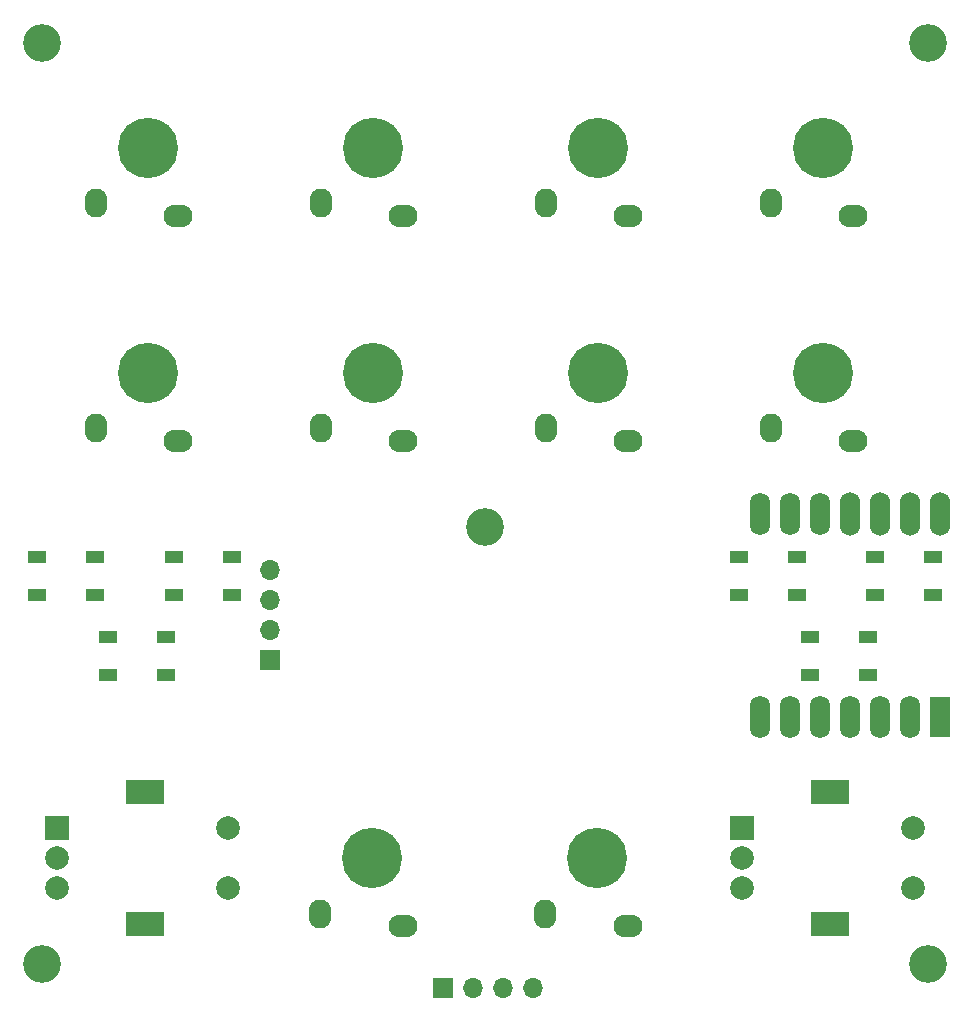
<source format=gbr>
%TF.GenerationSoftware,KiCad,Pcbnew,8.0.7*%
%TF.CreationDate,2025-02-13T02:08:45-05:00*%
%TF.ProjectId,makropad,6d616b72-6f70-4616-942e-6b696361645f,rev?*%
%TF.SameCoordinates,Original*%
%TF.FileFunction,Soldermask,Top*%
%TF.FilePolarity,Negative*%
%FSLAX46Y46*%
G04 Gerber Fmt 4.6, Leading zero omitted, Abs format (unit mm)*
G04 Created by KiCad (PCBNEW 8.0.7) date 2025-02-13 02:08:45*
%MOMM*%
%LPD*%
G01*
G04 APERTURE LIST*
%ADD10R,1.500000X1.000000*%
%ADD11C,5.100000*%
%ADD12O,1.900000X2.450000*%
%ADD13O,2.450000X1.900000*%
%ADD14R,1.700000X1.700000*%
%ADD15O,1.700000X1.700000*%
%ADD16R,2.000000X2.000000*%
%ADD17C,2.000000*%
%ADD18R,3.200000X2.000000*%
%ADD19C,3.200000*%
%ADD20R,1.700000X3.500000*%
%ADD21O,1.700000X3.600000*%
%ADD22O,1.700000X3.700000*%
G04 APERTURE END LIST*
D10*
%TO.C,D25*%
X120600000Y-96800000D03*
X120600000Y-100000000D03*
X125500000Y-100000000D03*
X125500000Y-96800000D03*
%TD*%
%TO.C,D28*%
X180000000Y-96800000D03*
X180000000Y-100000000D03*
X184900000Y-100000000D03*
X184900000Y-96800000D03*
%TD*%
D11*
%TO.C,SW4*%
X181100000Y-55370000D03*
D12*
X176700000Y-60070000D03*
D13*
X183700000Y-61120000D03*
%TD*%
D11*
%TO.C,SW10*%
X161970000Y-115500000D03*
D12*
X157570000Y-120200000D03*
D13*
X164570000Y-121250000D03*
%TD*%
D11*
%TO.C,SW1*%
X123950000Y-55370000D03*
D12*
X119550000Y-60070000D03*
D13*
X126550000Y-61120000D03*
%TD*%
D14*
%TO.C,J1*%
X134300000Y-98700000D03*
D15*
X134300000Y-96160000D03*
X134300000Y-93620000D03*
X134300000Y-91080000D03*
%TD*%
D10*
%TO.C,D27*%
X185550000Y-90000000D03*
X185550000Y-93200000D03*
X190450000Y-93200000D03*
X190450000Y-90000000D03*
%TD*%
D16*
%TO.C,SW12*%
X174250000Y-113000000D03*
D17*
X174250000Y-118000000D03*
X174250000Y-115500000D03*
D18*
X181750000Y-109900000D03*
X181750000Y-121100000D03*
D17*
X188750000Y-118000000D03*
X188750000Y-113000000D03*
%TD*%
D19*
%TO.C,MH4*%
X152500000Y-87500000D03*
%TD*%
D10*
%TO.C,D24*%
X126150000Y-90000000D03*
X126150000Y-93200000D03*
X131050000Y-93200000D03*
X131050000Y-90000000D03*
%TD*%
%TO.C,D26*%
X174000000Y-90000000D03*
X174000000Y-93200000D03*
X178900000Y-93200000D03*
X178900000Y-90000000D03*
%TD*%
%TO.C,D23*%
X114600000Y-90000000D03*
X114600000Y-93200000D03*
X119500000Y-93200000D03*
X119500000Y-90000000D03*
%TD*%
D11*
%TO.C,SW6*%
X143000000Y-74420000D03*
D12*
X138600000Y-79120000D03*
D13*
X145600000Y-80170000D03*
%TD*%
D19*
%TO.C,MH4*%
X190000000Y-124500000D03*
%TD*%
D11*
%TO.C,SW2*%
X143000000Y-55370000D03*
D12*
X138600000Y-60070000D03*
D13*
X145600000Y-61120000D03*
%TD*%
D19*
%TO.C,MH1*%
X115000000Y-46500000D03*
%TD*%
%TO.C,MH3*%
X115000000Y-124500000D03*
%TD*%
D11*
%TO.C,SW7*%
X162050000Y-74420000D03*
D12*
X157650000Y-79120000D03*
D13*
X164650000Y-80170000D03*
%TD*%
D16*
%TO.C,SW11*%
X116250000Y-113000000D03*
D17*
X116250000Y-118000000D03*
X116250000Y-115500000D03*
D18*
X123750000Y-109900000D03*
X123750000Y-121100000D03*
D17*
X130750000Y-118000000D03*
X130750000Y-113000000D03*
%TD*%
D11*
%TO.C,SW5*%
X123950000Y-74420000D03*
D12*
X119550000Y-79120000D03*
D13*
X126550000Y-80170000D03*
%TD*%
D19*
%TO.C,MH2*%
X190000000Y-46500000D03*
%TD*%
D11*
%TO.C,SW8*%
X181100000Y-74420000D03*
D12*
X176700000Y-79120000D03*
D13*
X183700000Y-80170000D03*
%TD*%
D14*
%TO.C,J2*%
X148950000Y-126475000D03*
D15*
X151490000Y-126475000D03*
X154030000Y-126475000D03*
X156570000Y-126475000D03*
%TD*%
D11*
%TO.C,SW3*%
X162050000Y-55370000D03*
D12*
X157650000Y-60070000D03*
D13*
X164650000Y-61120000D03*
%TD*%
D11*
%TO.C,SW9*%
X142920000Y-115500000D03*
D12*
X138520000Y-120200000D03*
D13*
X145520000Y-121250000D03*
%TD*%
D20*
%TO.C,U2*%
X191000000Y-103600000D03*
D21*
X188460000Y-103600000D03*
X185920000Y-103600000D03*
X183380000Y-103600000D03*
X180840000Y-103600000D03*
X178300000Y-103600000D03*
X175760000Y-103600000D03*
X175760000Y-86350000D03*
X178300000Y-86350000D03*
X180840000Y-86350000D03*
D22*
X183380000Y-86350000D03*
X185920000Y-86350000D03*
X188460000Y-86350000D03*
X191000000Y-86350000D03*
%TD*%
M02*

</source>
